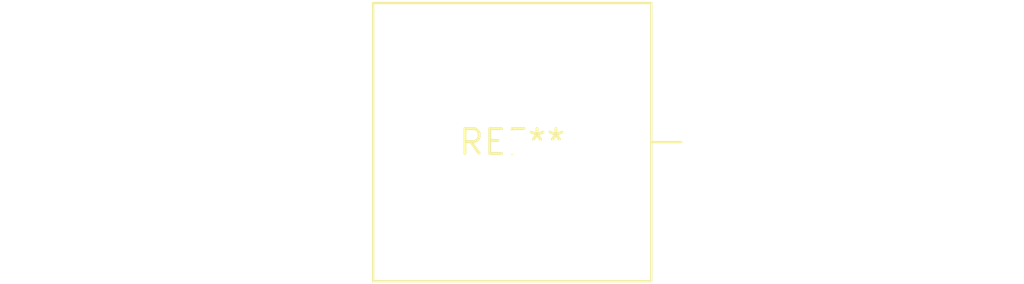
<source format=kicad_pcb>
(kicad_pcb (version 20240108) (generator pcbnew)
  (layers (0 "F.Cu" signal) (31 "B.Cu" signal) (34 "B.Paste" user) (35 "F.Paste" user) (36 "B.SilkS" user "B.Silkscreen") (37 "F.SilkS" user "F.Silkscreen") (38 "B.Mask" user) (39 "F.Mask" user) (44 "Edge.Cuts" user))
  (net 0 "")
  (footprint "R_Axial_Power_L60.0mm_W14.0mm_P10.16mm_Vertical" (layer "F.Cu") (at 0 0)
    (property "Reference" "REF**")
    (property "Value" "R_Axial_Power_L60.0mm_W14.0mm_P10.16mm_Vertical")
    (fp_line (start -7.12 -7.12) (end -7.12 7.12) (layer "F.SilkS") (stroke (width 0.12)))
    (fp_line (start -7.12 7.12) (end 7.12 7.12) (layer "F.SilkS") (stroke (width 0.12)))
    (fp_line (start 7.12 -7.12) (end -7.12 -7.12) (layer "F.SilkS") (stroke (width 0.12)))
    (fp_line (start 7.12 0) (end 8.66 0) (layer "F.SilkS") (stroke (width 0.12)))
    (fp_line (start 7.12 7.12) (end 7.12 -7.12) (layer "F.SilkS") (stroke (width 0.12)))
    (pad "1" thru_hole circle (at 0 0) (size 2.4 2.4) (drill 1.2) (layers *.Cu *.Mask) (remove_unused_layers))
    (pad "2" thru_hole oval (at 10.16 0) (size 2.4 2.4) (drill 1.2) (layers *.Cu *.Mask) (remove_unused_layers))
  )
)
</source>
